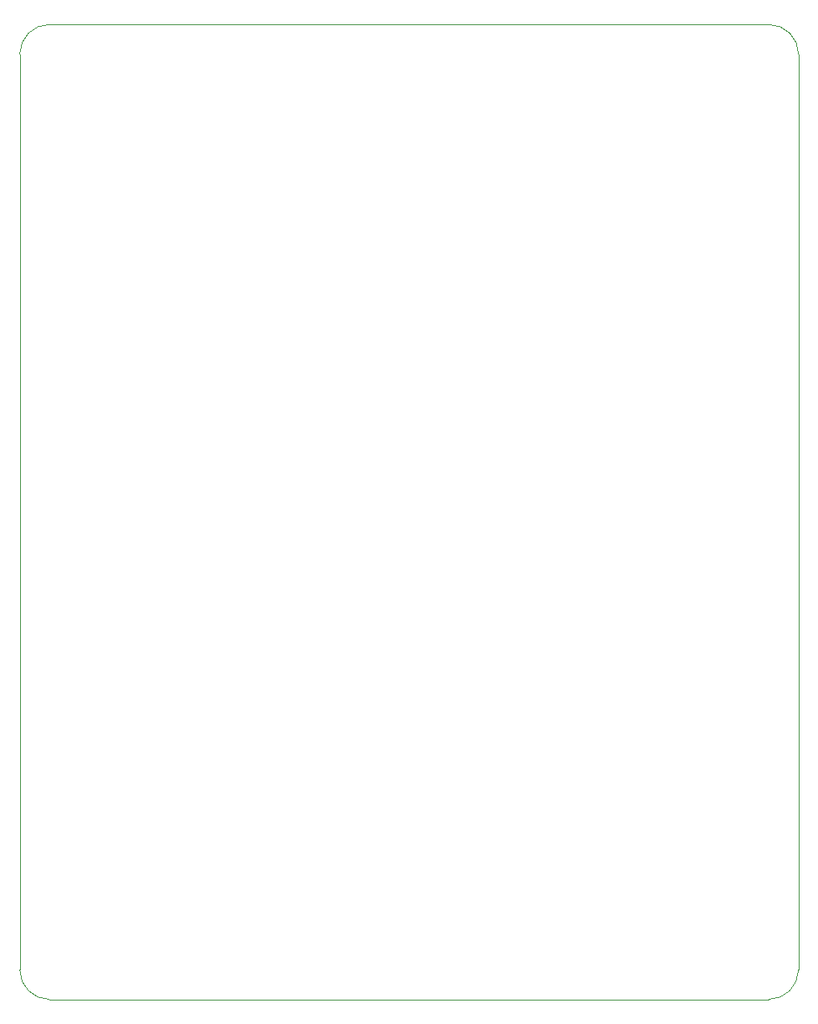
<source format=gbr>
%TF.GenerationSoftware,KiCad,Pcbnew,9.0.2*%
%TF.CreationDate,2025-07-04T20:25:53-04:00*%
%TF.ProjectId,Hack club,4861636b-2063-46c7-9562-2e6b69636164,rev?*%
%TF.SameCoordinates,Original*%
%TF.FileFunction,Profile,NP*%
%FSLAX46Y46*%
G04 Gerber Fmt 4.6, Leading zero omitted, Abs format (unit mm)*
G04 Created by KiCad (PCBNEW 9.0.2) date 2025-07-04 20:25:53*
%MOMM*%
%LPD*%
G01*
G04 APERTURE LIST*
%TA.AperFunction,Profile*%
%ADD10C,0.050000*%
%TD*%
G04 APERTURE END LIST*
D10*
X74000000Y-39500000D02*
G75*
G02*
X77000000Y-36500000I3000000J0D01*
G01*
X152750000Y-39500000D02*
X152750000Y-132000000D01*
X74000000Y-132000000D02*
X74000000Y-39500000D01*
X149750000Y-135000000D02*
X77000000Y-135000000D01*
X152750000Y-132000000D02*
G75*
G02*
X149750000Y-135000000I-3000000J0D01*
G01*
X77000000Y-135000000D02*
G75*
G02*
X74000000Y-132000000I0J3000000D01*
G01*
X149750000Y-36500000D02*
G75*
G02*
X152750000Y-39500000I0J-3000000D01*
G01*
X77000000Y-36500000D02*
X149750000Y-36500000D01*
M02*

</source>
